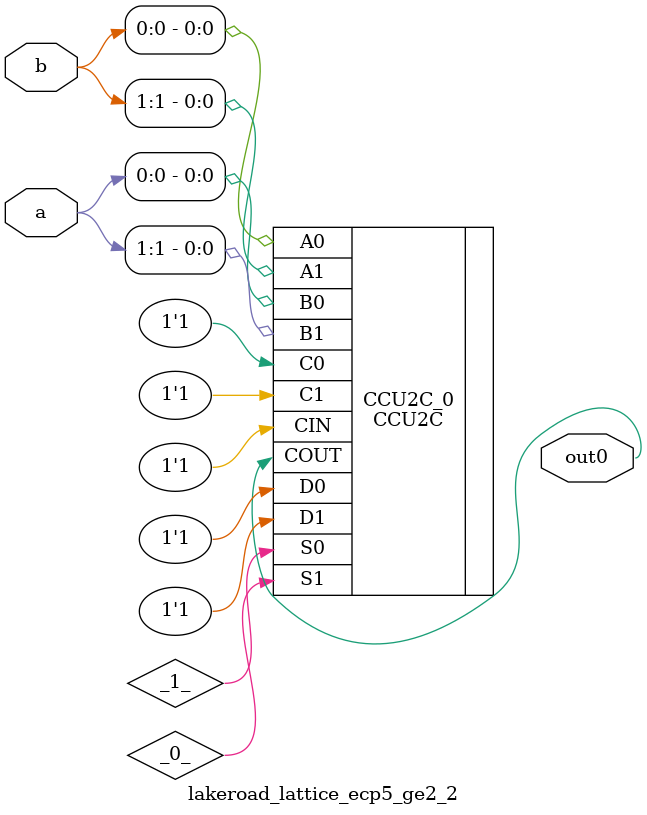
<source format=v>
/* Generated by Yosys 0.19 (git sha1 a45c131b37c, clang 13.1.6 -fPIC -Os) */

module lakeroad_lattice_ecp5_ge2_2(a, b, out0);
  wire _0_;
  wire _1_;
  input [1:0] a;
  wire [1:0] a;
  input [1:0] b;
  wire [1:0] b;
  output out0;
  wire out0;
  CCU2C #(
    .INIT0(16'h900d),
    .INIT1(16'h900d),
    .INJECT1_0("NO"),
    .INJECT1_1("NO")
  ) CCU2C_0 (
    .A0(b[0]),
    .A1(b[1]),
    .B0(a[0]),
    .B1(a[1]),
    .C0(1'h1),
    .C1(1'h1),
    .CIN(1'h1),
    .COUT(out0),
    .D0(1'h1),
    .D1(1'h1),
    .S0(_1_),
    .S1(_0_)
  );
endmodule


</source>
